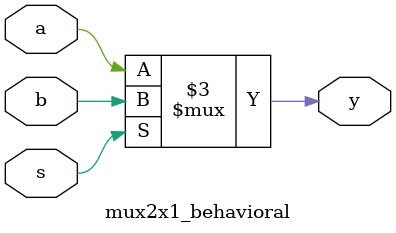
<source format=v>
module mux2x1_behavioral (a, b, s, y);
	
	input a, b, s;
	output y;

	reg y;

	always @ (s or a or b)
	begin
		case (s)
			1'b1: y = b;
			default: y = a;
		endcase
	end 

endmodule

</source>
